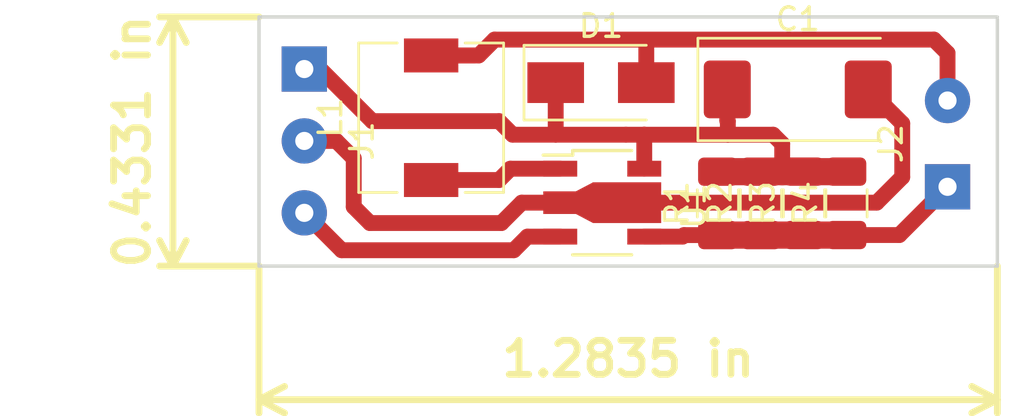
<source format=kicad_pcb>
(kicad_pcb (version 20171130) (host pcbnew 5.0.2-bee76a0~70~ubuntu16.04.1)

  (general
    (thickness 1.6)
    (drawings 6)
    (tracks 55)
    (zones 0)
    (modules 10)
    (nets 7)
  )

  (page A4)
  (layers
    (0 F.Cu signal)
    (31 B.Cu signal)
    (32 B.Adhes user)
    (33 F.Adhes user)
    (34 B.Paste user)
    (35 F.Paste user)
    (36 B.SilkS user)
    (37 F.SilkS user)
    (38 B.Mask user)
    (39 F.Mask user)
    (40 Dwgs.User user)
    (41 Cmts.User user)
    (42 Eco1.User user)
    (43 Eco2.User user)
    (44 Edge.Cuts user)
    (45 Margin user)
    (46 B.CrtYd user)
    (47 F.CrtYd user)
    (48 B.Fab user)
    (49 F.Fab user)
  )

  (setup
    (last_trace_width 0.7)
    (trace_clearance 0.25)
    (zone_clearance 0.508)
    (zone_45_only no)
    (trace_min 0.2)
    (segment_width 0.2)
    (edge_width 0.15)
    (via_size 0.8)
    (via_drill 0.4)
    (via_min_size 0.4)
    (via_min_drill 0.3)
    (uvia_size 0.3)
    (uvia_drill 0.1)
    (uvias_allowed no)
    (uvia_min_size 0.2)
    (uvia_min_drill 0.1)
    (pcb_text_width 0.3)
    (pcb_text_size 1.5 1.5)
    (mod_edge_width 0.15)
    (mod_text_size 1 1)
    (mod_text_width 0.15)
    (pad_size 1.524 1.524)
    (pad_drill 0.762)
    (pad_to_mask_clearance 0.051)
    (solder_mask_min_width 0.25)
    (aux_axis_origin 0 0)
    (visible_elements FFFFFF7F)
    (pcbplotparams
      (layerselection 0x00000_7fffffff)
      (usegerberextensions false)
      (usegerberattributes false)
      (usegerberadvancedattributes false)
      (creategerberjobfile false)
      (excludeedgelayer false)
      (linewidth 0.100000)
      (plotframeref false)
      (viasonmask false)
      (mode 1)
      (useauxorigin false)
      (hpglpennumber 1)
      (hpglpenspeed 20)
      (hpglpendiameter 15.000000)
      (psnegative true)
      (psa4output false)
      (plotreference true)
      (plotvalue true)
      (plotinvisibletext false)
      (padsonsilk true)
      (subtractmaskfromsilk false)
      (outputformat 5)
      (mirror false)
      (drillshape 0)
      (scaleselection 1)
      (outputdirectory ""))
  )

  (net 0 "")
  (net 1 "Net-(C1-Pad1)")
  (net 2 "Net-(C1-Pad2)")
  (net 3 "Net-(D1-Pad2)")
  (net 4 "Net-(J1-Pad3)")
  (net 5 "Net-(J2-Pad1)")
  (net 6 "Net-(L1-Pad1)")

  (net_class Default "This is the default net class."
    (clearance 0.25)
    (trace_width 0.7)
    (via_dia 0.8)
    (via_drill 0.4)
    (uvia_dia 0.3)
    (uvia_drill 0.1)
    (add_net "Net-(C1-Pad1)")
    (add_net "Net-(C1-Pad2)")
    (add_net "Net-(D1-Pad2)")
    (add_net "Net-(J1-Pad3)")
    (add_net "Net-(J2-Pad1)")
    (add_net "Net-(L1-Pad1)")
  )

  (module Capacitor_Tantalum_SMD:CP_EIA-7343-31_Kemet-D (layer F.Cu) (tedit 5B301BBE) (tstamp 5C6A84F9)
    (at 64.3875 38.9)
    (descr "Tantalum Capacitor SMD Kemet-D (7343-31 Metric), IPC_7351 nominal, (Body size from: http://www.kemet.com/Lists/ProductCatalog/Attachments/253/KEM_TC101_STD.pdf), generated with kicad-footprint-generator")
    (tags "capacitor tantalum")
    (path /5C5C95A1)
    (attr smd)
    (fp_text reference C1 (at 0 -3.1) (layer F.SilkS)
      (effects (font (size 1 1) (thickness 0.15)))
    )
    (fp_text value "22uF 35V" (at 0 3.1) (layer F.Fab)
      (effects (font (size 1 1) (thickness 0.15)))
    )
    (fp_line (start 3.65 -2.15) (end -2.65 -2.15) (layer F.Fab) (width 0.1))
    (fp_line (start -2.65 -2.15) (end -3.65 -1.15) (layer F.Fab) (width 0.1))
    (fp_line (start -3.65 -1.15) (end -3.65 2.15) (layer F.Fab) (width 0.1))
    (fp_line (start -3.65 2.15) (end 3.65 2.15) (layer F.Fab) (width 0.1))
    (fp_line (start 3.65 2.15) (end 3.65 -2.15) (layer F.Fab) (width 0.1))
    (fp_line (start 3.65 -2.26) (end -4.41 -2.26) (layer F.SilkS) (width 0.12))
    (fp_line (start -4.41 -2.26) (end -4.41 2.26) (layer F.SilkS) (width 0.12))
    (fp_line (start -4.41 2.26) (end 3.65 2.26) (layer F.SilkS) (width 0.12))
    (fp_line (start -4.4 2.4) (end -4.4 -2.4) (layer F.CrtYd) (width 0.05))
    (fp_line (start -4.4 -2.4) (end 4.4 -2.4) (layer F.CrtYd) (width 0.05))
    (fp_line (start 4.4 -2.4) (end 4.4 2.4) (layer F.CrtYd) (width 0.05))
    (fp_line (start 4.4 2.4) (end -4.4 2.4) (layer F.CrtYd) (width 0.05))
    (fp_text user %R (at 0 0) (layer F.Fab)
      (effects (font (size 1 1) (thickness 0.15)))
    )
    (pad 1 smd roundrect (at -3.1125 0) (size 2.075 2.55) (layers F.Cu F.Paste F.Mask) (roundrect_rratio 0.120482)
      (net 1 "Net-(C1-Pad1)"))
    (pad 2 smd roundrect (at 3.1125 0) (size 2.075 2.55) (layers F.Cu F.Paste F.Mask) (roundrect_rratio 0.120482)
      (net 2 "Net-(C1-Pad2)"))
    (model ${KISYS3DMOD}/Capacitor_Tantalum_SMD.3dshapes/CP_EIA-7343-31_Kemet-D.wrl
      (at (xyz 0 0 0))
      (scale (xyz 1 1 1))
      (rotate (xyz 0 0 0))
    )
  )

  (module Inductor_SMD:L_6.3x6.3_H3 (layer F.Cu) (tedit 5990349C) (tstamp 5C75BF0A)
    (at 48.2 40.15 90)
    (descr "Choke, SMD, 6.3x6.3mm 3mm height")
    (tags "Choke SMD")
    (path /5C5C9194)
    (attr smd)
    (fp_text reference L1 (at 0 -4.45 90) (layer F.SilkS)
      (effects (font (size 1 1) (thickness 0.15)))
    )
    (fp_text value 68uH (at 0 4.45 90) (layer F.Fab)
      (effects (font (size 1 1) (thickness 0.15)))
    )
    (fp_text user %R (at 0 0 90) (layer F.Fab)
      (effects (font (size 1 1) (thickness 0.15)))
    )
    (fp_line (start 3.3 1.5) (end 3.3 3.2) (layer F.SilkS) (width 0.12))
    (fp_line (start 3.3 3.2) (end -3.3 3.2) (layer F.SilkS) (width 0.12))
    (fp_line (start -3.3 3.2) (end -3.3 1.5) (layer F.SilkS) (width 0.12))
    (fp_line (start -3.3 -1.5) (end -3.3 -3.2) (layer F.SilkS) (width 0.12))
    (fp_line (start -3.3 -3.2) (end 3.3 -3.2) (layer F.SilkS) (width 0.12))
    (fp_line (start 3.3 -3.2) (end 3.3 -1.5) (layer F.SilkS) (width 0.12))
    (fp_line (start -3.75 -3.4) (end -3.75 3.4) (layer F.CrtYd) (width 0.05))
    (fp_line (start -3.75 3.4) (end 3.75 3.4) (layer F.CrtYd) (width 0.05))
    (fp_line (start 3.75 3.4) (end 3.75 -3.4) (layer F.CrtYd) (width 0.05))
    (fp_line (start 3.75 -3.4) (end -3.75 -3.4) (layer F.CrtYd) (width 0.05))
    (fp_line (start 3.15 3.15) (end 3.15 1.5) (layer F.Fab) (width 0.1))
    (fp_line (start 3.15 -3.15) (end 3.15 -1.5) (layer F.Fab) (width 0.1))
    (fp_line (start -3.15 3.15) (end -3.15 1.5) (layer F.Fab) (width 0.1))
    (fp_line (start -3.15 -3.15) (end -3.15 -1.5) (layer F.Fab) (width 0.1))
    (fp_line (start -3.15 -3.15) (end 3.15 -3.15) (layer F.Fab) (width 0.1))
    (fp_line (start -3.15 3.15) (end 3.15 3.15) (layer F.Fab) (width 0.1))
    (fp_arc (start 0 0) (end -1.91 -1.91) (angle 90) (layer F.Fab) (width 0.1))
    (fp_arc (start 0 0) (end 1.91 1.91) (angle 90) (layer F.Fab) (width 0.1))
    (pad 1 smd rect (at -2.75 0 90) (size 1.5 2.4) (layers F.Cu F.Paste F.Mask)
      (net 6 "Net-(L1-Pad1)"))
    (pad 2 smd rect (at 2.75 0 90) (size 1.5 2.4) (layers F.Cu F.Paste F.Mask)
      (net 3 "Net-(D1-Pad2)"))
    (model ${KISYS3DMOD}/Inductor_SMD.3dshapes/L_6.3x6.3_H3.wrl
      (at (xyz 0 0 0))
      (scale (xyz 1 1 1))
      (rotate (xyz 0 0 0))
    )
  )

  (module Diode_SMD:D_SMA (layer F.Cu) (tedit 586432E5) (tstamp 5C75BEDA)
    (at 55.7 38.6)
    (descr "Diode SMA (DO-214AC)")
    (tags "Diode SMA (DO-214AC)")
    (path /5C5C92F5)
    (attr smd)
    (fp_text reference D1 (at 0 -2.5) (layer F.SilkS)
      (effects (font (size 1 1) (thickness 0.15)))
    )
    (fp_text value SS16 (at 0 2.6) (layer F.Fab)
      (effects (font (size 1 1) (thickness 0.15)))
    )
    (fp_text user %R (at 0 -2.5) (layer F.Fab)
      (effects (font (size 1 1) (thickness 0.15)))
    )
    (fp_line (start -3.4 -1.65) (end -3.4 1.65) (layer F.SilkS) (width 0.12))
    (fp_line (start 2.3 1.5) (end -2.3 1.5) (layer F.Fab) (width 0.1))
    (fp_line (start -2.3 1.5) (end -2.3 -1.5) (layer F.Fab) (width 0.1))
    (fp_line (start 2.3 -1.5) (end 2.3 1.5) (layer F.Fab) (width 0.1))
    (fp_line (start 2.3 -1.5) (end -2.3 -1.5) (layer F.Fab) (width 0.1))
    (fp_line (start -3.5 -1.75) (end 3.5 -1.75) (layer F.CrtYd) (width 0.05))
    (fp_line (start 3.5 -1.75) (end 3.5 1.75) (layer F.CrtYd) (width 0.05))
    (fp_line (start 3.5 1.75) (end -3.5 1.75) (layer F.CrtYd) (width 0.05))
    (fp_line (start -3.5 1.75) (end -3.5 -1.75) (layer F.CrtYd) (width 0.05))
    (fp_line (start -0.64944 0.00102) (end -1.55114 0.00102) (layer F.Fab) (width 0.1))
    (fp_line (start 0.50118 0.00102) (end 1.4994 0.00102) (layer F.Fab) (width 0.1))
    (fp_line (start -0.64944 -0.79908) (end -0.64944 0.80112) (layer F.Fab) (width 0.1))
    (fp_line (start 0.50118 0.75032) (end 0.50118 -0.79908) (layer F.Fab) (width 0.1))
    (fp_line (start -0.64944 0.00102) (end 0.50118 0.75032) (layer F.Fab) (width 0.1))
    (fp_line (start -0.64944 0.00102) (end 0.50118 -0.79908) (layer F.Fab) (width 0.1))
    (fp_line (start -3.4 1.65) (end 2 1.65) (layer F.SilkS) (width 0.12))
    (fp_line (start -3.4 -1.65) (end 2 -1.65) (layer F.SilkS) (width 0.12))
    (pad 1 smd rect (at -2 0) (size 2.5 1.8) (layers F.Cu F.Paste F.Mask)
      (net 1 "Net-(C1-Pad1)"))
    (pad 2 smd rect (at 2 0) (size 2.5 1.8) (layers F.Cu F.Paste F.Mask)
      (net 3 "Net-(D1-Pad2)"))
    (model ${KISYS3DMOD}/Diode_SMD.3dshapes/D_SMA.wrl
      (at (xyz 0 0 0))
      (scale (xyz 1 1 1))
      (rotate (xyz 0 0 0))
    )
  )

  (module Connector_Wire:SolderWirePad_1x03_P3.175mm_Drill0.8mm (layer F.Cu) (tedit 5AEE57A0) (tstamp 5C75BEE6)
    (at 42.6 38 270)
    (descr "Wire solder connection")
    (tags connector)
    (path /5C5C9BF6)
    (attr virtual)
    (fp_text reference J1 (at 3.175 -2.54 270) (layer F.SilkS)
      (effects (font (size 1 1) (thickness 0.15)))
    )
    (fp_text value "DC IN" (at 3.175 2.54 270) (layer F.Fab)
      (effects (font (size 1 1) (thickness 0.15)))
    )
    (fp_text user %R (at 3.175 0 270) (layer F.Fab)
      (effects (font (size 1 1) (thickness 0.15)))
    )
    (fp_line (start -1.49 -1.5) (end 7.85 -1.5) (layer F.CrtYd) (width 0.05))
    (fp_line (start -1.49 -1.5) (end -1.49 1.5) (layer F.CrtYd) (width 0.05))
    (fp_line (start 7.85 1.5) (end 7.85 -1.5) (layer F.CrtYd) (width 0.05))
    (fp_line (start 7.85 1.5) (end -1.49 1.5) (layer F.CrtYd) (width 0.05))
    (pad 1 thru_hole rect (at 0 0 270) (size 1.99898 1.99898) (drill 0.8001) (layers *.Cu *.Mask)
      (net 1 "Net-(C1-Pad1)"))
    (pad 2 thru_hole circle (at 3.175 0 270) (size 1.99898 1.99898) (drill 0.8001) (layers *.Cu *.Mask)
      (net 2 "Net-(C1-Pad2)"))
    (pad 3 thru_hole circle (at 6.35 0 270) (size 1.99898 1.99898) (drill 0.8001) (layers *.Cu *.Mask)
      (net 4 "Net-(J1-Pad3)"))
  )

  (module Connector_Wire:SolderWirePad_1x02_P3.81mm_Drill0.8mm (layer F.Cu) (tedit 5AEE54BF) (tstamp 5C75C38C)
    (at 71 43.2 90)
    (descr "Wire solder connection")
    (tags connector)
    (path /5C5C9725)
    (attr virtual)
    (fp_text reference J2 (at 1.905 -2.5 90) (layer F.SilkS)
      (effects (font (size 1 1) (thickness 0.15)))
    )
    (fp_text value LED (at 1.905 2.54 90) (layer F.Fab)
      (effects (font (size 1 1) (thickness 0.15)))
    )
    (fp_text user %R (at 1.905 0 90) (layer F.Fab)
      (effects (font (size 1 1) (thickness 0.15)))
    )
    (fp_line (start -1.49 -1.5) (end 5.31 -1.5) (layer F.CrtYd) (width 0.05))
    (fp_line (start -1.49 -1.5) (end -1.49 1.5) (layer F.CrtYd) (width 0.05))
    (fp_line (start 5.31 1.5) (end 5.31 -1.5) (layer F.CrtYd) (width 0.05))
    (fp_line (start 5.31 1.5) (end -1.49 1.5) (layer F.CrtYd) (width 0.05))
    (pad 1 thru_hole rect (at 0 0 90) (size 1.99898 1.99898) (drill 0.8001) (layers *.Cu *.Mask)
      (net 5 "Net-(J2-Pad1)"))
    (pad 2 thru_hole circle (at 3.81 0 90) (size 1.99898 1.99898) (drill 0.8001) (layers *.Cu *.Mask)
      (net 3 "Net-(D1-Pad2)"))
  )

  (module Resistor_SMD:R_1206_3216Metric (layer F.Cu) (tedit 5B301BBD) (tstamp 5C6A8CD9)
    (at 60.861997 43.931866 90)
    (descr "Resistor SMD 1206 (3216 Metric), square (rectangular) end terminal, IPC_7351 nominal, (Body size source: http://www.tortai-tech.com/upload/download/2011102023233369053.pdf), generated with kicad-footprint-generator")
    (tags resistor)
    (path /5C5C9105)
    (attr smd)
    (fp_text reference R1 (at 0 -1.82 90) (layer F.SilkS)
      (effects (font (size 1 1) (thickness 0.15)))
    )
    (fp_text value 1 (at 0 1.82 90) (layer F.Fab)
      (effects (font (size 1 1) (thickness 0.15)))
    )
    (fp_line (start -1.6 0.8) (end -1.6 -0.8) (layer F.Fab) (width 0.1))
    (fp_line (start -1.6 -0.8) (end 1.6 -0.8) (layer F.Fab) (width 0.1))
    (fp_line (start 1.6 -0.8) (end 1.6 0.8) (layer F.Fab) (width 0.1))
    (fp_line (start 1.6 0.8) (end -1.6 0.8) (layer F.Fab) (width 0.1))
    (fp_line (start -0.602064 -0.91) (end 0.602064 -0.91) (layer F.SilkS) (width 0.12))
    (fp_line (start -0.602064 0.91) (end 0.602064 0.91) (layer F.SilkS) (width 0.12))
    (fp_line (start -2.28 1.12) (end -2.28 -1.12) (layer F.CrtYd) (width 0.05))
    (fp_line (start -2.28 -1.12) (end 2.28 -1.12) (layer F.CrtYd) (width 0.05))
    (fp_line (start 2.28 -1.12) (end 2.28 1.12) (layer F.CrtYd) (width 0.05))
    (fp_line (start 2.28 1.12) (end -2.28 1.12) (layer F.CrtYd) (width 0.05))
    (fp_text user %R (at 0 0 90) (layer F.Fab)
      (effects (font (size 0.8 0.8) (thickness 0.12)))
    )
    (pad 1 smd roundrect (at -1.4 0 90) (size 1.25 1.75) (layers F.Cu F.Paste F.Mask) (roundrect_rratio 0.2)
      (net 5 "Net-(J2-Pad1)"))
    (pad 2 smd roundrect (at 1.4 0 90) (size 1.25 1.75) (layers F.Cu F.Paste F.Mask) (roundrect_rratio 0.2)
      (net 1 "Net-(C1-Pad1)"))
    (model ${KISYS3DMOD}/Resistor_SMD.3dshapes/R_1206_3216Metric.wrl
      (at (xyz 0 0 0))
      (scale (xyz 1 1 1))
      (rotate (xyz 0 0 0))
    )
  )

  (module Resistor_SMD:R_1206_3216Metric (layer F.Cu) (tedit 5B301BBD) (tstamp 5C6A8C49)
    (at 62.761997 43.931866 90)
    (descr "Resistor SMD 1206 (3216 Metric), square (rectangular) end terminal, IPC_7351 nominal, (Body size source: http://www.tortai-tech.com/upload/download/2011102023233369053.pdf), generated with kicad-footprint-generator")
    (tags resistor)
    (path /5C5C90E5)
    (attr smd)
    (fp_text reference R2 (at 0 -1.82 90) (layer F.SilkS)
      (effects (font (size 1 1) (thickness 0.15)))
    )
    (fp_text value 1 (at 0 1.82 90) (layer F.Fab)
      (effects (font (size 1 1) (thickness 0.15)))
    )
    (fp_text user %R (at 0 0 90) (layer F.Fab)
      (effects (font (size 0.8 0.8) (thickness 0.12)))
    )
    (fp_line (start 2.28 1.12) (end -2.28 1.12) (layer F.CrtYd) (width 0.05))
    (fp_line (start 2.28 -1.12) (end 2.28 1.12) (layer F.CrtYd) (width 0.05))
    (fp_line (start -2.28 -1.12) (end 2.28 -1.12) (layer F.CrtYd) (width 0.05))
    (fp_line (start -2.28 1.12) (end -2.28 -1.12) (layer F.CrtYd) (width 0.05))
    (fp_line (start -0.602064 0.91) (end 0.602064 0.91) (layer F.SilkS) (width 0.12))
    (fp_line (start -0.602064 -0.91) (end 0.602064 -0.91) (layer F.SilkS) (width 0.12))
    (fp_line (start 1.6 0.8) (end -1.6 0.8) (layer F.Fab) (width 0.1))
    (fp_line (start 1.6 -0.8) (end 1.6 0.8) (layer F.Fab) (width 0.1))
    (fp_line (start -1.6 -0.8) (end 1.6 -0.8) (layer F.Fab) (width 0.1))
    (fp_line (start -1.6 0.8) (end -1.6 -0.8) (layer F.Fab) (width 0.1))
    (pad 2 smd roundrect (at 1.4 0 90) (size 1.25 1.75) (layers F.Cu F.Paste F.Mask) (roundrect_rratio 0.2)
      (net 1 "Net-(C1-Pad1)"))
    (pad 1 smd roundrect (at -1.4 0 90) (size 1.25 1.75) (layers F.Cu F.Paste F.Mask) (roundrect_rratio 0.2)
      (net 5 "Net-(J2-Pad1)"))
    (model ${KISYS3DMOD}/Resistor_SMD.3dshapes/R_1206_3216Metric.wrl
      (at (xyz 0 0 0))
      (scale (xyz 1 1 1))
      (rotate (xyz 0 0 0))
    )
  )

  (module Resistor_SMD:R_1206_3216Metric (layer F.Cu) (tedit 5B301BBD) (tstamp 5C6A8CA9)
    (at 64.661997 43.929613 90)
    (descr "Resistor SMD 1206 (3216 Metric), square (rectangular) end terminal, IPC_7351 nominal, (Body size source: http://www.tortai-tech.com/upload/download/2011102023233369053.pdf), generated with kicad-footprint-generator")
    (tags resistor)
    (path /5C5C90A7)
    (attr smd)
    (fp_text reference R3 (at 0 -1.82 90) (layer F.SilkS)
      (effects (font (size 1 1) (thickness 0.15)))
    )
    (fp_text value 1 (at 0 1.82 90) (layer F.Fab)
      (effects (font (size 1 1) (thickness 0.15)))
    )
    (fp_line (start -1.6 0.8) (end -1.6 -0.8) (layer F.Fab) (width 0.1))
    (fp_line (start -1.6 -0.8) (end 1.6 -0.8) (layer F.Fab) (width 0.1))
    (fp_line (start 1.6 -0.8) (end 1.6 0.8) (layer F.Fab) (width 0.1))
    (fp_line (start 1.6 0.8) (end -1.6 0.8) (layer F.Fab) (width 0.1))
    (fp_line (start -0.602064 -0.91) (end 0.602064 -0.91) (layer F.SilkS) (width 0.12))
    (fp_line (start -0.602064 0.91) (end 0.602064 0.91) (layer F.SilkS) (width 0.12))
    (fp_line (start -2.28 1.12) (end -2.28 -1.12) (layer F.CrtYd) (width 0.05))
    (fp_line (start -2.28 -1.12) (end 2.28 -1.12) (layer F.CrtYd) (width 0.05))
    (fp_line (start 2.28 -1.12) (end 2.28 1.12) (layer F.CrtYd) (width 0.05))
    (fp_line (start 2.28 1.12) (end -2.28 1.12) (layer F.CrtYd) (width 0.05))
    (fp_text user %R (at 0 0 90) (layer F.Fab)
      (effects (font (size 0.8 0.8) (thickness 0.12)))
    )
    (pad 1 smd roundrect (at -1.4 0 90) (size 1.25 1.75) (layers F.Cu F.Paste F.Mask) (roundrect_rratio 0.2)
      (net 5 "Net-(J2-Pad1)"))
    (pad 2 smd roundrect (at 1.4 0 90) (size 1.25 1.75) (layers F.Cu F.Paste F.Mask) (roundrect_rratio 0.2)
      (net 1 "Net-(C1-Pad1)"))
    (model ${KISYS3DMOD}/Resistor_SMD.3dshapes/R_1206_3216Metric.wrl
      (at (xyz 0 0 0))
      (scale (xyz 1 1 1))
      (rotate (xyz 0 0 0))
    )
  )

  (module Resistor_SMD:R_1206_3216Metric (layer F.Cu) (tedit 5B301BBD) (tstamp 5C6A8C79)
    (at 66.539101 43.929613 90)
    (descr "Resistor SMD 1206 (3216 Metric), square (rectangular) end terminal, IPC_7351 nominal, (Body size source: http://www.tortai-tech.com/upload/download/2011102023233369053.pdf), generated with kicad-footprint-generator")
    (tags resistor)
    (path /5C5C8FDD)
    (attr smd)
    (fp_text reference R4 (at 0 -1.82 90) (layer F.SilkS)
      (effects (font (size 1 1) (thickness 0.15)))
    )
    (fp_text value 1 (at 0 1.82 90) (layer F.Fab)
      (effects (font (size 1 1) (thickness 0.15)))
    )
    (fp_text user %R (at 0 0 90) (layer F.Fab)
      (effects (font (size 0.8 0.8) (thickness 0.12)))
    )
    (fp_line (start 2.28 1.12) (end -2.28 1.12) (layer F.CrtYd) (width 0.05))
    (fp_line (start 2.28 -1.12) (end 2.28 1.12) (layer F.CrtYd) (width 0.05))
    (fp_line (start -2.28 -1.12) (end 2.28 -1.12) (layer F.CrtYd) (width 0.05))
    (fp_line (start -2.28 1.12) (end -2.28 -1.12) (layer F.CrtYd) (width 0.05))
    (fp_line (start -0.602064 0.91) (end 0.602064 0.91) (layer F.SilkS) (width 0.12))
    (fp_line (start -0.602064 -0.91) (end 0.602064 -0.91) (layer F.SilkS) (width 0.12))
    (fp_line (start 1.6 0.8) (end -1.6 0.8) (layer F.Fab) (width 0.1))
    (fp_line (start 1.6 -0.8) (end 1.6 0.8) (layer F.Fab) (width 0.1))
    (fp_line (start -1.6 -0.8) (end 1.6 -0.8) (layer F.Fab) (width 0.1))
    (fp_line (start -1.6 0.8) (end -1.6 -0.8) (layer F.Fab) (width 0.1))
    (pad 2 smd roundrect (at 1.4 0 90) (size 1.25 1.75) (layers F.Cu F.Paste F.Mask) (roundrect_rratio 0.2)
      (net 1 "Net-(C1-Pad1)"))
    (pad 1 smd roundrect (at -1.4 0 90) (size 1.25 1.75) (layers F.Cu F.Paste F.Mask) (roundrect_rratio 0.2)
      (net 5 "Net-(J2-Pad1)"))
    (model ${KISYS3DMOD}/Resistor_SMD.3dshapes/R_1206_3216Metric.wrl
      (at (xyz 0 0 0))
      (scale (xyz 1 1 1))
      (rotate (xyz 0 0 0))
    )
  )

  (module user:SOT89-5_Housing (layer F.Cu) (tedit 56A41DE7) (tstamp 5C75BF5D)
    (at 55.75 43.9 270)
    (descr "SOT89-5, Housing,")
    (tags "SOT89-5, Housing,")
    (path /5C5C8EA9)
    (attr smd)
    (fp_text reference U1 (at 0.14986 -4.04876 270) (layer F.SilkS)
      (effects (font (size 1 1) (thickness 0.15)))
    )
    (fp_text value PT4115 (at 0.44958 4.699 270) (layer F.Fab)
      (effects (font (size 1 1) (thickness 0.15)))
    )
    (fp_line (start -2.1 1.3) (end -2.1 2.6) (layer F.SilkS) (width 0.15))
    (fp_line (start -2.3 1.3) (end -2.1 1.3) (layer F.SilkS) (width 0.15))
    (fp_line (start -2.30124 1.30048) (end -2.30124 -1.30048) (layer F.SilkS) (width 0.15))
    (fp_line (start 2.30124 -1.30048) (end 2.30124 1.30048) (layer F.SilkS) (width 0.15))
    (pad 5 smd rect (at -1.5 -1.86 270) (size 0.7 1.5) (layers F.Cu F.Paste F.Mask)
      (net 1 "Net-(C1-Pad1)"))
    (pad 4 smd rect (at 1.5 -1.86 270) (size 0.7 1.5) (layers F.Cu F.Paste F.Mask)
      (net 5 "Net-(J2-Pad1)"))
    (pad 1 smd rect (at -1.5 1.85 270) (size 0.701 1.5) (layers F.Cu F.Paste F.Mask)
      (net 6 "Net-(L1-Pad1)"))
    (pad 2 smd rect (at 0 1.85 270) (size 1 1.5) (layers F.Cu F.Paste F.Mask)
      (net 2 "Net-(C1-Pad2)"))
    (pad 3 smd rect (at 1.5 1.85 270) (size 0.7 1.5) (layers F.Cu F.Paste F.Mask)
      (net 4 "Net-(J1-Pad3)"))
    (pad 2 smd rect (at 0 -1.095 270) (size 1.8 3.025) (layers F.Cu F.Paste F.Mask)
      (net 2 "Net-(C1-Pad2)"))
    (pad 2 smd trapezoid (at 0 0.78 90) (size 1.4 0.76) (rect_delta 0 0.4 ) (layers F.Cu F.Paste F.Mask)
      (net 2 "Net-(C1-Pad2)"))
    (model ${KIPRJMOD}/lib/3d/SOT89-5.wrl
      (at (xyz 0 0 0))
      (scale (xyz 1 1 1))
      (rotate (xyz 0 0 0))
    )
  )

  (dimension 32.6 (width 0.3) (layer F.SilkS)
    (gr_text "32,600 mm" (at 56.9 54.7) (layer F.SilkS) (tstamp 5C6A8A9B)
      (effects (font (size 1.5 1.5) (thickness 0.3)))
    )
    (feature1 (pts (xy 73.2 46.7) (xy 73.2 53.186421)))
    (feature2 (pts (xy 40.6 46.7) (xy 40.6 53.186421)))
    (crossbar (pts (xy 40.6 52.6) (xy 73.2 52.6)))
    (arrow1a (pts (xy 73.2 52.6) (xy 72.073496 53.186421)))
    (arrow1b (pts (xy 73.2 52.6) (xy 72.073496 52.013579)))
    (arrow2a (pts (xy 40.6 52.6) (xy 41.726504 53.186421)))
    (arrow2b (pts (xy 40.6 52.6) (xy 41.726504 52.013579)))
  )
  (dimension 11 (width 0.3) (layer F.SilkS)
    (gr_text "11,000 mm" (at 34.7 41.2 270) (layer F.SilkS)
      (effects (font (size 1.5 1.5) (thickness 0.3)))
    )
    (feature1 (pts (xy 40.6 46.7) (xy 36.213579 46.7)))
    (feature2 (pts (xy 40.6 35.7) (xy 36.213579 35.7)))
    (crossbar (pts (xy 36.8 35.7) (xy 36.8 46.7)))
    (arrow1a (pts (xy 36.8 46.7) (xy 36.213579 45.573496)))
    (arrow1b (pts (xy 36.8 46.7) (xy 37.386421 45.573496)))
    (arrow2a (pts (xy 36.8 35.7) (xy 36.213579 36.826504)))
    (arrow2b (pts (xy 36.8 35.7) (xy 37.386421 36.826504)))
  )
  (gr_line (start 73.2 35.7) (end 40.6 35.7) (layer Edge.Cuts) (width 0.15))
  (gr_line (start 73.2 46.7) (end 73.2 35.8) (layer Edge.Cuts) (width 0.15) (tstamp 5C6A8C37))
  (gr_line (start 40.6 46.7) (end 73.2 46.7) (layer Edge.Cuts) (width 0.15))
  (gr_line (start 40.6 35.7) (end 40.6 46.7) (layer Edge.Cuts) (width 0.15))

  (segment (start 42.6 38) (end 43.3 38) (width 0.7) (layer F.Cu) (net 1))
  (segment (start 45.6 40.3) (end 51.2 40.3) (width 0.7) (layer F.Cu) (net 1))
  (segment (start 43.3 38) (end 45.6 40.3) (width 0.7) (layer F.Cu) (net 1))
  (segment (start 51.2 40.3) (end 51.8 40.9) (width 0.7) (layer F.Cu) (net 1))
  (segment (start 57.61 42.4) (end 57.61 40.91) (width 0.7) (layer F.Cu) (net 1))
  (segment (start 57.61 40.91) (end 57.6 40.9) (width 0.7) (layer F.Cu) (net 1))
  (segment (start 66.536848 42.531866) (end 66.539101 42.529613) (width 0.7) (layer F.Cu) (net 1))
  (segment (start 56.8 40.9) (end 57.6 40.9) (width 0.7) (layer F.Cu) (net 1))
  (segment (start 53.7 40.9) (end 51.8 40.9) (width 0.7) (layer F.Cu) (net 1))
  (segment (start 53.7 38.6) (end 53.7 40.9) (width 0.7) (layer F.Cu) (net 1))
  (segment (start 56.8 40.9) (end 53.7 40.9) (width 0.7) (layer F.Cu) (net 1))
  (segment (start 63.7 42.531866) (end 66.536848 42.531866) (width 1.2) (layer F.Cu) (net 1))
  (segment (start 63.7 41.3) (end 63.7 42.531866) (width 0.7) (layer F.Cu) (net 1))
  (segment (start 63.3 40.9) (end 63.7 41.3) (width 0.7) (layer F.Cu) (net 1))
  (segment (start 60.861997 42.531866) (end 63.7 42.531866) (width 1.2) (layer F.Cu) (net 1))
  (segment (start 57.62 40.9) (end 57.61 40.91) (width 0.7) (layer F.Cu) (net 1))
  (segment (start 63.3 40.9) (end 61.3 40.9) (width 0.7) (layer F.Cu) (net 1))
  (segment (start 61.3 40.9) (end 57.62 40.9) (width 0.7) (layer F.Cu) (net 1))
  (segment (start 61.3 40.3) (end 61.3 40.9) (width 0.7) (layer F.Cu) (net 1))
  (segment (start 61.275 40.275) (end 61.3 40.3) (width 0.7) (layer F.Cu) (net 1))
  (segment (start 61.275 38.9) (end 61.275 40.275) (width 0.7) (layer F.Cu) (net 1))
  (segment (start 44.013492 41.175) (end 42.6 41.175) (width 0.7) (layer F.Cu) (net 2))
  (segment (start 44.782752 41.94426) (end 44.013492 41.175) (width 0.7) (layer F.Cu) (net 2))
  (segment (start 44.782752 44.082752) (end 44.782752 41.94426) (width 0.7) (layer F.Cu) (net 2))
  (segment (start 53.9 43.9) (end 52.2 43.9) (width 0.7) (layer F.Cu) (net 2))
  (segment (start 52.2 43.9) (end 51.3 44.8) (width 0.7) (layer F.Cu) (net 2))
  (segment (start 51.3 44.8) (end 45.5 44.8) (width 0.7) (layer F.Cu) (net 2))
  (segment (start 45.5 44.8) (end 44.782752 44.082752) (width 0.7) (layer F.Cu) (net 2))
  (segment (start 53.9 43.9) (end 56.845 43.9) (width 0.7) (layer F.Cu) (net 2))
  (segment (start 56.845 43.9) (end 67.870812 43.9) (width 0.7) (layer F.Cu) (net 2))
  (segment (start 69 40.4) (end 68.607624 40.007624) (width 0.7) (layer F.Cu) (net 2))
  (segment (start 69 42.770812) (end 69 40.4) (width 0.7) (layer F.Cu) (net 2))
  (segment (start 68.607624 40.007624) (end 67.5 38.9) (width 0.7) (layer F.Cu) (net 2))
  (segment (start 67.870812 43.9) (end 69 42.770812) (width 0.7) (layer F.Cu) (net 2))
  (segment (start 48.2 37.4) (end 50.1 37.4) (width 0.7) (layer F.Cu) (net 3))
  (segment (start 71 37.3) (end 71 39.39) (width 0.7) (layer F.Cu) (net 3))
  (segment (start 57.7 38.6) (end 57.7 37) (width 0.7) (layer F.Cu) (net 3))
  (segment (start 70.4 36.7) (end 51 36.7) (width 0.7) (layer F.Cu) (net 3))
  (segment (start 70.4 36.7) (end 71 37.3) (width 0.7) (layer F.Cu) (net 3))
  (segment (start 50.3 37.4) (end 48.2 37.4) (width 0.7) (layer F.Cu) (net 3))
  (segment (start 51 36.7) (end 50.3 37.4) (width 0.7) (layer F.Cu) (net 3))
  (segment (start 53.9 45.4) (end 52.45 45.4) (width 0.7) (layer F.Cu) (net 4))
  (segment (start 52.45 45.4) (end 51.85 46) (width 0.7) (layer F.Cu) (net 4))
  (segment (start 44.25 46) (end 42.6 44.35) (width 0.7) (layer F.Cu) (net 4))
  (segment (start 51.85 46) (end 44.25 46) (width 0.7) (layer F.Cu) (net 4))
  (segment (start 66.536848 45.331866) (end 66.539101 45.329613) (width 0.7) (layer F.Cu) (net 5))
  (segment (start 60.861997 45.331866) (end 66.536848 45.331866) (width 1.2) (layer F.Cu) (net 5))
  (segment (start 68.870387 45.329613) (end 71 43.2) (width 0.7) (layer F.Cu) (net 5))
  (segment (start 66.539101 45.329613) (end 68.870387 45.329613) (width 0.7) (layer F.Cu) (net 5))
  (segment (start 60.861997 45.331866) (end 59.368134 45.331866) (width 0.7) (layer F.Cu) (net 5))
  (segment (start 59.3 45.4) (end 57.61 45.4) (width 0.7) (layer F.Cu) (net 5))
  (segment (start 59.368134 45.331866) (end 59.3 45.4) (width 0.7) (layer F.Cu) (net 5))
  (segment (start 51.7 42.4) (end 51.2 42.9) (width 0.7) (layer F.Cu) (net 6))
  (segment (start 51.2 42.9) (end 48.2 42.9) (width 0.7) (layer F.Cu) (net 6))
  (segment (start 53.9 42.4) (end 51.7 42.4) (width 0.7) (layer F.Cu) (net 6))

)

</source>
